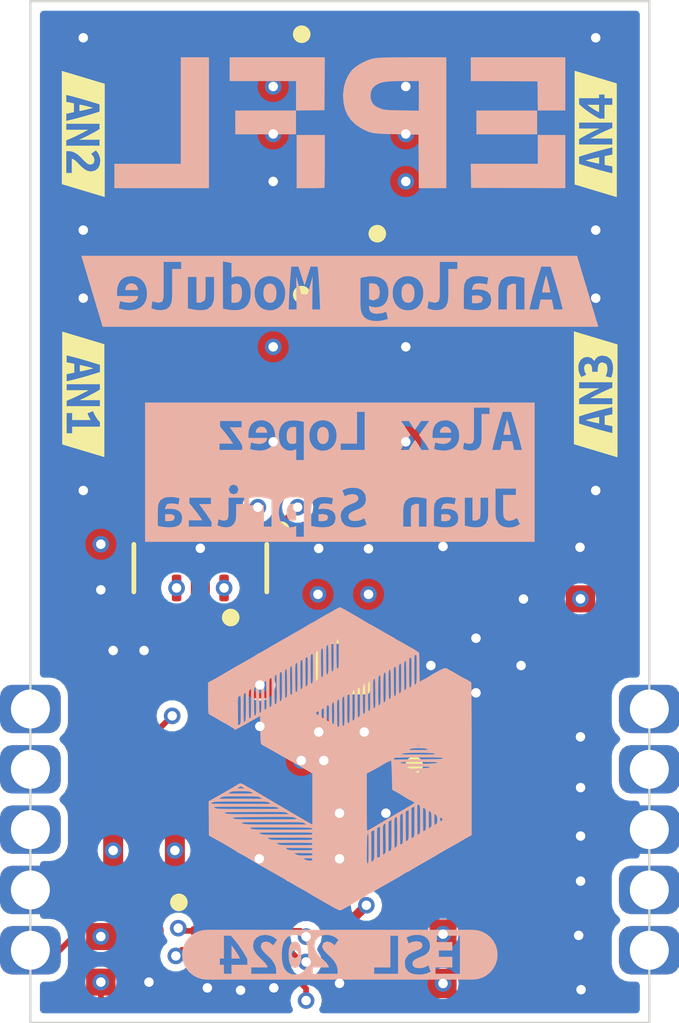
<source format=kicad_pcb>
(kicad_pcb (version 20240108) (generator "pcbnew") (generator_version "8.0")
  (layers (0 "F.Cu" signal) (1 "In1.Cu" signal) (2 "In2.Cu" signal) (3 "In3.Cu" signal) (4 "In4.Cu" signal) (31 "B.Cu" signal) (34 "B.Paste" user) (35 "F.Paste" user) (36 "B.SilkS" user "B.Silkscreen") (37 "F.SilkS" user "F.Silkscreen") (38 "B.Mask" user) (39 "F.Mask" user) (44 "Edge.Cuts" user))
  (net 0 "")
  (net 1 "+3VA_ADC")
  (net 2 "GND")
  (net 3 "+1V8")
  (net 4 "+3VA")
  (net 5 "+3V3")
  (net 6 "Net-(C6-Pad2)")
  (net 7 "Net-(C7-Pad2)")
  (net 8 "Net-(C8-Pad2)")
  (net 9 "/[1] Power Regulation & Level Shifting/+3V3_FILT")
  (net 10 "Net-(C9-Pad2)")
  (net 11 "/[1] Power Regulation & Level Shifting/NR{slash}SS")
  (net 12 "SPI_MISO_3V")
  (net 13 "Net-(U1-SDO)")
  (net 14 "ADC_EN")
  (net 15 "SPI_CS_1V8")
  (net 16 "SPI_CS_3V")
  (net 17 "/[1] Power Regulation & Level Shifting/EN_UV")
  (net 18 "/[2] ADC & Multiplexer/ADC_IN")
  (net 19 "SPI_SCK_3V")
  (net 20 "SPI_MISO_1V8")
  (net 21 "SPI_SCK_1V8")
  (net 23 "MUX_A1")
  (net 24 "MUX_A0")
  (net 25 "/[2] ADC & Multiplexer/AN_1")
  (net 26 "/[2] ADC & Multiplexer/AN_2")
  (net 27 "/[2] ADC & Multiplexer/AN_3")
  (net 28 "/[2] ADC & Multiplexer/AN_4")
  (net 29 "/[1] Power Regulation & Level Shifting/FB_PG")
  (footprint "X-MODs_PcbLib:C0402" (layer "F.Cu") (at 130.4752 79.7466 -90)
    (property "Reference" "C12" (hide yes))
    (property "Value" "100n 10V" (hide yes))
    (pad "1" smd roundrect (at -0.48 0 270) (size 0.57 0.62) (layers "F.Cu" "F.Paste" "F.Mask") (net 1 "+3VA_ADC"))
    (pad "2" smd roundrect (at 0.48 0 270) (size 0.57 0.62) (layers "F.Cu" "F.Paste" "F.Mask") (net 2 "GND"))
  )
  (footprint "X-MODs_PcbLib:2121340003" (layer "F.Cu") (at 134.105322 76.1096 -90)
    (property "Reference" "J1" (hide yes))
    (property "Value" "212134-0003" (hide yes))
    (pad "1" smd roundrect (at -1 0 270) (size 0.7 0.8) (layers "F.Cu" "F.Paste" "F.Mask") (net 1 "+3VA_ADC"))
    (pad "2" smd roundrect (at 0 0 270) (size 0.7 0.8) (layers "F.Cu" "F.Paste" "F.Mask") (net 25 "/[2] ADC & Multiplexer/AN_1"))
    (pad "3" smd roundrect (at 1 0 270) (size 0.7 0.8) (layers "F.Cu" "F.Paste" "F.Mask") (net 2 "GND"))
    (pad "4" smd roundrect (at -2.025 4 270) (size 0.55 0.8) (layers "F.Cu" "F.Paste" "F.Mask") (net 2 "GND"))
    (pad "4" smd roundrect (at 2.025 4 270) (size 0.55 0.8) (layers "F.Cu" "F.Paste" "F.Mask") (net 2 "GND"))
  )
  (footprint "X-MODs_PcbLib:R0402" (layer "F.Cu") (at 138.161922 84.390278)
    (property "Reference" "R7" (hide yes))
    (property "Value" "TBD" (hide yes))
    (pad "1" smd roundrect (at -0.48 0) (size 0.57 0.62) (layers "F.Cu" "F.Paste" "F.Mask") (net 9 "/[1] Power Regulation & Level Shifting/+3V3_FILT"))
    (pad "2" smd roundrect (at 0.48 0) (size 0.57 0.62) (layers "F.Cu" "F.Paste" "F.Mask") (net 17 "/[1] Power Regulation & Level Shifting/EN_UV"))
  )
  (footprint "X-MODs_PcbLib:R0402" (layer "F.Cu") (at 140.576522 80.896278 -90)
    (property "Reference" "R8" (hide yes))
    (property "Value" "TBD" (hide yes))
    (pad "1" smd roundrect (at -0.48 0 270) (size 0.57 0.62) (layers "F.Cu" "F.Paste" "F.Mask") (net 4 "+3VA"))
    (pad "2" smd roundrect (at 0.48 0 270) (size 0.57 0.62) (layers "F.Cu" "F.Paste" "F.Mask") (net 29 "/[1] Power Regulation & Level Shifting/FB_PG"))
  )
  (footprint "X-MODs_PcbLib:R0402" (layer "F.Cu") (at 130.4752 88.006678 -90)
    (property "Reference" "R5" (hide yes))
    (property "Value" "56K0" (hide yes))
    (pad "1" smd roundrect (at -0.48 0 270) (size 0.57 0.62) (layers "F.Cu" "F.Paste" "F.Mask") (net 3 "+1V8"))
    (pad "2" smd roundrect (at 0.48 0 270) (size 0.57 0.62) (layers "F.Cu" "F.Paste" "F.Mask") (net 15 "SPI_CS_1V8"))
  )
  (footprint "X-MODs_PcbLib:C0402" (layer "F.Cu") (at 135.0482 79.841356 -90)
    (property "Reference" "C4" (hide yes))
    (property "Value" "1u00 10V" (hide yes))
    (pad "1" smd roundrect (at -0.48 0 270) (size 0.57 0.62) (layers "F.Cu" "F.Paste" "F.Mask") (net 2 "GND"))
    (pad "2" smd roundrect (at 0.48 0 270) (size 0.57 0.62) (layers "F.Cu" "F.Paste" "F.Mask") (net 4 "+3VA"))
  )
  (footprint "X-MODs_PcbLib:R0402" (layer "F.Cu") (at 140.576522 82.841878 -90)
    (property "Reference" "R15" (hide yes))
    (property "Value" "TBD" (hide yes))
    (pad "1" smd roundrect (at -0.48 0 270) (size 0.57 0.62) (layers "F.Cu" "F.Paste" "F.Mask") (net 29 "/[1] Power Regulation & Level Shifting/FB_PG"))
    (pad "2" smd roundrect (at 0.48 0 270) (size 0.57 0.62) (layers "F.Cu" "F.Paste" "F.Mask") (net 2 "GND"))
  )
  (footprint "kibuzzard-6715591F" (layer "F.Cu") (at 140.897478 70.627 90)
    (property "Reference" "kibuzzard-6715591F" (hide yes))
    (property "Value" "G***" (hide yes))
  )
  (footprint "X-MODs_PcbLib:R0402" (layer "F.Cu") (at 140.098922 86.454878)
    (property "Reference" "R12" (hide yes))
    (property "Value" "TBD" (hide yes))
    (pad "1" smd roundrect (at -0.48 0) (size 0.57 0.62) (layers "F.Cu" "F.Paste" "F.Mask") (net 10 "Net-(C9-Pad2)"))
    (pad "2" smd roundrect (at 0.48 0) (size 0.57 0.62) (layers "F.Cu" "F.Paste" "F.Mask") (net 2 "GND"))
  )
  (footprint "X-MODs_PcbLib:R0402" (layer "F.Cu") (at 140.098922 87.476678)
    (property "Reference" "R9" (hide yes))
    (property "Value" "TBD" (hide yes))
    (pad "1" smd roundrect (at -0.48 0) (size 0.57 0.62) (layers "F.Cu" "F.Paste" "F.Mask") (net 6 "Net-(C6-Pad2)"))
    (pad "2" smd roundrect (at 0.48 0) (size 0.57 0.62) (layers "F.Cu" "F.Paste" "F.Mask") (net 2 "GND"))
  )
  (footprint "X-MODs_PcbLib:R0402" (layer "F.Cu") (at 140.098922 84.390278)
    (property "Reference" "R13" (hide yes))
    (property "Value" "TBD" (hide yes))
    (pad "1" smd roundrect (at -0.48 0) (size 0.57 0.62) (layers "F.Cu" "F.Paste" "F.Mask") (net 17 "/[1] Power Regulation & Level Shifting/EN_UV"))
    (pad "2" smd roundrect (at 0.48 0) (size 0.57 0.62) (layers "F.Cu" "F.Paste" "F.Mask") (net 2 "GND"))
  )
  (footprint "X-MODs_PcbLib:C0402" (layer "F.Cu") (at 135.5018 88.032078 -90)
    (property "Reference" "C5" (hide yes))
    (property "Value" "100n 10V" (hide yes))
    (pad "1" smd roundrect (at -0.48 0 270) (size 0.57 0.62) (layers "F.Cu" "F.Paste" "F.Mask") (net 4 "+3VA"))
    (pad "2" smd roundrect (at 0.48 0 270) (size 0.57 0.62) (layers "F.Cu" "F.Paste" "F.Mask") (net 2 "GND"))
  )
  (footprint "X-MODs_PcbLib:R0402" (layer "F.Cu") (at 140.086922 79.330078)
    (property "Reference" "R14" (hide yes))
    (property "Value" "20K0" (hide yes))
    (pad "1" smd roundrect (at -0.48 0) (size 0.57 0.62) (layers "F.Cu" "F.Paste" "F.Mask") (net 11 "/[1] Power Regulation & Level Shifting/NR{slash}SS"))
    (pad "2" smd roundrect (at 0.48 0) (size 0.57 0.62) (layers "F.Cu" "F.Paste" "F.Mask") (net 2 "GND"))
  )
  (footprint "X-MODs_PcbLib:R0402" (layer "F.Cu") (at 140.098922 88.515278)
    (property "Reference" "R10" (hide yes))
    (property "Value" "TBD" (hide yes))
    (pad "1" smd roundrect (at -0.48 0) (size 0.57 0.62) (layers "F.Cu" "F.Paste" "F.Mask") (net 7 "Net-(C7-Pad2)"))
    (pad "2" smd roundrect (at 0.48 0) (size 0.57 0.62) (layers "F.Cu" "F.Paste" "F.Mask") (net 2 "GND"))
  )
  (footprint "X-MODs_PcbLib:2121340003" (layer "F.Cu") (at 136.897478 70.627 90)
    (property "Reference" "J4" (hide yes))
    (property "Value" "212134-0003" (hide yes))
    (pad "1" smd roundrect (at -1 0 90) (size 0.7 0.8) (layers "F.Cu" "F.Paste" "F.Mask") (net 1 "+3VA_ADC"))
    (pad "2" smd roundrect (at 0 0 90) (size 0.7 0.8) (layers "F.Cu" "F.Paste" "F.Mask") (net 28 "/[2] ADC & Multiplexer/AN_4"))
    (pad "3" smd roundrect (at 1 0 90) (size 0.7 0.8) (layers "F.Cu" "F.Paste" "F.Mask") (net 2 "GND"))
    (pad "4" smd roundrect (at -2.025 4 90) (size 0.55 0.8) (layers "F.Cu" "F.Paste" "F.Mask") (net 2 "GND"))
    (pad "4" smd roundrect (at 2.025 4 90) (size 0.55 0.8) (layers "F.Cu" "F.Paste" "F.Mask") (net 2 "GND"))
  )
  (footprint "X-MODs_PcbLib:C0402" (layer "F.Cu") (at 138.161922 85.409478)
    (property "Reference" "C8" (hide yes))
    (property "Value" "10u0 16V" (hide yes))
    (pad "1" smd roundrect (at -0.48 0) (size 0.57 0.62) (layers "F.Cu" "F.Paste" "F.Mask") (net 9 "/[1] Power Regulation & Level Shifting/+3V3_FILT"))
    (pad "2" smd roundrect (at 0.48 0) (size 0.57 0.62) (layers "F.Cu" "F.Paste" "F.Mask") (net 8 "Net-(C8-Pad2)"))
  )
  (footprint "X-MODs_PcbLib:C0402" (layer "F.Cu") (at 133.8232 83.5806 90)
    (property "Reference" "C1" (hide yes))
    (property "Value" "10u0 16V" (hide yes))
    (pad "1" smd roundrect (at -0.48 0 90) (size 0.57 0.62) (layers "F.Cu" "F.Paste" "F.Mask") (net 1 "+3VA_ADC"))
    (pad "2" smd roundrect (at 0.48 0 90) (size 0.57 0.62) (layers "F.Cu" "F.Paste" "F.Mask") (net 2 "GND"))
  )
  (footprint "X-MODs_PcbLib:R0402" (layer "F.Cu") (at 133.8254 81.7498 -90)
    (property "Reference" "R6" (hide yes))
    (property "Value" "56K0" (hide yes))
    (pad "1" smd roundrect (at -0.48 0 270) (size 0.57 0.62) (layers "F.Cu" "F.Paste" "F.Mask") (net 4 "+3VA"))
    (pad "2" smd roundrect (at 0.48 0 270) (size 0.57 0.62) (layers "F.Cu" "F.Paste" "F.Mask") (net 16 "SPI_CS_3V"))
  )
  (footprint "X-MODs_PcbLib:R0402" (layer "F.Cu") (at 140.098922 85.410878)
    (property "Reference" "R11" (hide yes))
    (property "Value" "TBD" (hide yes))
    (pad "1" smd roundrect (at -0.48 0) (size 0.57 0.62) (layers "F.Cu" "F.Paste" "F.Mask") (net 8 "Net-(C8-Pad2)"))
    (pad "2" smd roundrect (at 0.48 0) (size 0.57 0.62) (layers "F.Cu" "F.Paste" "F.Mask") (net 2 "GND"))
  )
  (footprint "X-MODs_PcbLib:C0402" (layer "F.Cu") (at 138.161922 88.515278)
    (property "Reference" "C7" (hide yes))
    (property "Value" "10u0 16V" (hide yes))
    (pad "1" smd roundrect (at -0.48 0) (size 0.57 0.62) (layers "F.Cu" "F.Paste" "F.Mask") (net 5 "+3V3"))
    (pad "2" smd roundrect (at 0.48 0) (size 0.57 0.62) (layers "F.Cu" "F.Paste" "F.Mask") (net 7 "Net-(C7-Pad2)"))
  )
  (footprint "X-MODs_PcbLib:C0402" (layer "F.Cu") (at 133.8124 85.409478 -90)
    (property "Reference" "C2" (hide yes))
    (property "Value" "100n 10V" (hide yes))
    (pad "1" smd roundrect (at -0.48 0 270) (size 0.57 0.62) (layers "F.Cu" "F.Paste" "F.Mask") (net 1 "+3VA_ADC"))
    (pad "2" smd roundrect (at 0.48 0 270) (size 0.57 0.62) (layers "F.Cu" "F.Paste" "F.Mask") (net 2 "GND"))
  )
  (footprint "X-MODs_PcbLib:C0402" (layer "F.Cu") (at 136.112478 79.841356 90)
    (property "Reference" "C10" (hide yes))
    (property "Value" "10u0 16V" (hide yes))
    (pad "1" smd roundrect (at -0.48 0 90) (size 0.57 0.62) (layers "F.Cu" "F.Paste" "F.Mask") (net 4 "+3VA"))
    (pad "2" smd roundrect (at 0.48 0 90) (size 0.57 0.62) (layers "F.Cu" "F.Paste" "F.Mask") (net 2 "GND"))
  )
  (footprint "X-MODs_PcbLib:C0402" (layer "F.Cu") (at 138.161922 79.312678 180)
    (property "Reference" "C11" (hide yes))
    (property "Value" "4u70 6V3" (hide yes))
    (pad "1" smd roundrect (at -0.48 0 180) (size 0.57 0.62) (layers "F.Cu" "F.Paste" "F.Mask") (net 11 "/[1] Power Regulation & Level Shifting/NR{slash}SS"))
    (pad "2" smd roundrect (at 0.48 0 180) (size 0.57 0.62) (layers "F.Cu" "F.Paste" "F.Mask") (net 2 "GND"))
  )
  (footprint "kibuzzard-671558EF" (layer "F.Cu") (at 140.897478 76.1096 90)
    (property "Reference" "kibuzzard-671558EF" (hide yes))
    (property "Value" "G***" (hide yes))
  )
  (footprint "X-MODs_PcbLib:Analog_Board_Castellated_Conn_1.27mm" (layer "F.Cu") (at 135.509 78.5876)
    (property "Reference" "J5" (hide yes))
    (property "Value" "~" (hide yes))
    (pad "1" thru_hole roundrect (at -6.517581 4.148 90) (size 1.02 1.28) (drill 0.82) (property pad_prop_castellated) (layers "*.Cu" "*.Mask") (net 21 "SPI_SCK_1V8"))
    (pad "2" thru_hole roundrect (at -6.517581 5.418 90) (size 1.02 1.28) (drill 0.82) (property pad_prop_castellated) (layers "*.Cu" "*.Mask") (net 20 "SPI_MISO_1V8"))
    (pad "3" thru_hole roundrect (at -6.517581 6.688 90) (size 1.02 1.28) (drill 0.82) (property pad_prop_castellated) (layers "*.Cu" "*.Mask") (net 15 "SPI_CS_1V8"))
    (pad "4" thru_hole roundrect (at -6.517581 7.958 90) (size 1.02 1.28) (drill 0.82) (property pad_prop_castellated) (layers "*.Cu" "*.Mask") (net 2 "GND"))
    (pad "5" thru_hole roundrect (at -6.517581 9.228 90) (size 1.02 1.28) (drill 0.82) (property pad_prop_castellated) (layers "*.Cu" "*.Mask") (net 14 "ADC_EN"))
    (pad "6" thru_hole roundrect (at 6.517581 9.228 90) (size 1.02 1.28) (drill 0.82) (property pad_prop_castellated) (layers "*.Cu" "*.Mask") (net 5 "+3V3"))
    (pad "7" thru_hole roundrect (at 6.517581 7.958 90) (size 1.02 1.28) (drill 0.82) (property pad_prop_castellated) (layers "*.Cu" "*.Mask") (net 3 "+1V8"))
    (pad "8" thru_hole roundrect (at 6.517581 6.688 90) (size 1.02 1.28) (drill 0.82) (property pad_prop_castellated) (layers "*.Cu" "*.Mask") (net 2 "GND"))
    (pad "9" thru_hole roundrect (at 6.517581 5.418 90) (size 1.02 1.28) (drill 0.82) (property pad_prop_castellated) (layers "*.Cu" "*.Mask") (net 24 "MUX_A0"))
    (pad "10" thru_hole roundrect (at 6.517581 4.148 90) (size 1.02 1.28) (drill 0.82) (property pad_prop_castellated) (layers "*.Cu" "*.Mask") (net 23 "MUX_A1"))
  )
  (footprint "X-MODs_PcbLib:C0402" (layer "F.Cu") (at 131.4886 88.006678 -90)
    (property "Reference" "C3" (hide yes))
    (property "Value" "100n 10V" (hide yes))
    (pad "1" smd roundrect (at -0.48 0 270) (size 0.57 0.62) (layers "F.Cu" "F.Paste" "F.Mask") (net 3 "+1V8"))
    (pad "2" smd roundrect (at 0.48 0 270) (size 0.57 0.62) (layers "F.Cu" "F.Paste" "F.Mask") (net 2 "GND"))
  )
  (footprint "X-MODs_PcbLib:2121340003" (layer "F.Cu") (at 134.105322 70.627 -90)
    (property "Reference" "J2" (hide yes))
    (property "Value" "212134-0003" (hide yes))
    (pad "1" smd roundrect (at -1 0 270) (size 0.7 0.8) (layers "F.Cu" "F.Paste" "F.Mask") (net 1 "+3VA_ADC"))
    (pad "2" smd roundrect (at 0 0 270) (size 0.7 0.8) (layers "F.Cu" "F.Paste" "F.Mask") (net 26 "/[2] ADC & Multiplexer/AN_2"))
    (pad "3" smd roundrect (at 1 0 270) (size 0.7 0.8) (layers "F.Cu" "F.Paste" "F.Mask") (net 2 "GND"))
    (pad "4" smd roundrect (at -2.025 4 270) (size 0.55 0.8) (layers "F.Cu" "F.Paste" "F.Mask") (net 2 "GND"))
    (pad "4" smd roundrect (at 2.025 4 270) (size 0.55 0.8) (layers "F.Cu" "F.Paste" "F.Mask") (net 2 "GND"))
  )
  (footprint "kibuzzard-67155927" (layer "F.Cu") (at 130.105322 70.627 -90)
    (property "Reference" "kibuzzard-67155927" (hide yes))
    (property "Value" "G***" (hide yes))
  )
  (footprint "X-MODs_PcbLib:2121340003" (layer "F.Cu") (at 136.897478 76.1096 90)
    (property "Reference" "J3" (hide yes))
    (property "Value" "212134-0003" (hide yes))
    (pad "1" smd roundrect (at -1 0 90) (size 0.7 0.8) (layers "F.Cu" "F.Paste" "F.Mask") (net 1 "+3VA_ADC"))
    (pad "2" smd roundrect (at 0 0 90) (size 0.7 0.8) (layers "F.Cu" "F.Paste" "F.Mask") (net 27 "/[2] ADC & Multiplexer/AN_3"))
    (pad "3" smd roundrect (at 1 0 90) (size 0.7 0.8) (layers "F.Cu" "F.Paste" "F.Mask") (net 2 "GND"))
    (pad "4" smd roundrect (at -2.025 4 90) (size 0.55 0.8) (layers "F.Cu" "F.Paste" "F.Mask") (net 2 "GND"))
    (pad "4" smd roundrect (at 2.025 4 90) (size 0.55 0.8) (layers "F.Cu" "F.Paste" "F.Mask") (net 2 "GND"))
  )
  (footprint "X-MODs_PcbLib:C0402" (layer "F.Cu") (at 135.543556 83.22)
    (property "Reference" "C13" (hide yes))
    (property "Value" "100n 10V" (hide yes))
    (pad "1" smd roundrect (at -0.48 0) (size 0.57 0.62) (layers "F.Cu" "F.Paste" "F.Mask") (net 1 "+3VA_ADC"))
    (pad "2" smd roundrect (at 0.48 0) (size 0.57 0.62) (layers "F.Cu" "F.Paste" "F.Mask") (net 2 "GND"))
  )
  (footprint "X-MODs_PcbLib:USON-10_1x2.5mm" (layer "F.Cu") (at 132.570522 79.769078 -90)
    (property "Reference" "U5" (hide yes))
    (property "Value" "TMUX1104DQAR" (hide yes))
    (pad "1" smd roundrect (at -0.4175 -1 270) (size 0.565 0.2) (layers "F.Cu" "F.Paste" "F.Mask") (net 24 "MUX_A0"))
    (pad "2" smd roundrect (at -0.4175 -0.5 270) (size 0.565 0.2) (layers "F.Cu" "F.Paste" "F.Mask") (net 25 "/[2] ADC & Multiplexer/AN_1"))
    (pad "3" smd roundrect (at -0.4175 0 270) (size 0.565 0.4) (layers "F.Cu" "F.Paste" "F.Mask") (net 2 "GND"))
    (pad "4" smd roundrect (at -0.4175 0.5 270) (size 0.565 0.2) (layers "F.Cu" "F.Paste" "F.Mask") (net 27 "/[2] ADC & Multiplexer/AN_3"))
    (pad "5" smd roundrect (at -0.4175 1 270) (size 0.565 0.2) (layers "F.Cu" "F.Paste" "F.Mask") (net 1 "+3VA_ADC"))
    (pad "6" smd roundrect (at 0.4175 1 270) (size 0.565 0.2) (layers "F.Cu" "F.Paste" "F.Mask") (net 1 "+3VA_ADC"))
    (pad "7" smd roundrect (at 0.4175 0.5 270) (size 0.565 0.2) (layers "F.Cu" "F.Paste" "F.Mask") (net 28 "/[2] ADC & Multiplexer/AN_4"))
    (pad "8" smd roundrect (at 0.4175 0 270) (size 0.565 0.4) (layers "F.Cu" "F.Paste" "F.Mask") (net 18 "/[2] ADC & Multiplexer/ADC_IN"))
    (pad "9" smd roundrect (at 0.4175 -0.5 270) (size 0.565 0.2) (layers "F.Cu" "F.Paste" "F.Mask") (net 26 "/[2] ADC & Multiplexer/AN_2"))
    (pad "10" smd roundrect (at 0.4175 -1 270) (size 0.565 0.2) (layers "F.Cu" "F.Paste" "F.Mask") (net 23 "MUX_A1"))
  )
  (footprint "X-MODs_PcbLib:UQFN-12_1.7x2mm" (layer "F.Cu") (at 133.418478 87.8078)
    (property "Reference" "U2" (hide yes))
    (property "Value" "TXB0104RUTR" (hide yes))
    (pad "1" smd roundrect (at -0.7 -0.8) (size 0.7 0.2) (layers "F.Cu" "F.Paste" "F.Mask") (net 3 "+1V8"))
    (pad "2" smd roundrect (at -0.7 -0.4) (size 0.7 0.2) (layers "F.Cu" "F.Paste" "F.Mask") (net 21 "SPI_SCK_1V8"))
    (pad "3" smd roundrect (at -0.7 0) (size 0.7 0.2) (layers "F.Cu" "F.Paste" "F.Mask") (net 20 "SPI_MISO_1V8"))
    (pad "4" smd roundrect (at -0.7 0.4) (size 0.7 0.2) (layers "F.Cu" "F.Paste" "F.Mask") (net 15 "SPI_CS_1V8"))
    (pad "5" smd roundrect (at -0.7 0.8) (size 0.7 0.2) (layers "F.Cu" "F.Paste" "F.Mask") (net 2 "GND"))
    (pad "6" smd roundrect (at 0 0.85 90) (size 0.7 0.2) (layers "F.Cu" "F.Paste" "F.Mask") (net 2 "GND"))
    (pad "7" smd roundrect (at 0.7 0.8) (size 0.7 0.2) (layers "F.Cu" "F.Paste" "F.Mask") (net 2 "GND"))
    (pad "8" smd roundrect (at 0.7 0.4) (size 0.7 0.2) (layers "F.Cu" "F.Paste" "F.Mask") (net 16 "SPI_CS_3V"))
    (pad "9" smd roundrect (at 0.7 0) (size 0.7 0.2) (layers "F.Cu" "F.Paste" "F.Mask") (net 12 "SPI_MISO_3V"))
    (pad "10" smd roundrect (at 0.7 -0.4) (size 0.7 0.2) (layers "F.Cu" "F.Paste" "F.Mask") (net 19 "SPI_SCK_3V"))
    (pad "11" smd roundrect (at 0.7 -0.8) (size 0.7 0.2) (layers "F.Cu" "F.Paste" "F.Mask") (net 4 "+3VA"))
    (pad "12" smd roundrect (at 0 -0.85 90) (size 0.7 0.2) (layers "F.Cu" "F.Paste" "F.Mask") (net 14 "ADC_EN"))
  )
  (footprint "X-MODs_PcbLib:C0402" (layer "F.Cu") (at 138.161922 86.451878)
    (property "Reference" "C9" (hide yes))
    (property "Value" "10u0 16V" (hide yes))
    (pad "1" smd roundrect (at -0.48 0) (size 0.57 0.62) (layers "F.Cu" "F.Paste" "F.Mask") (net 9 "/[1] Power Regulation & Level Shifting/+3V3_FILT"))
    (pad "2" smd roundrect (at 0.48 0) (size 0.57 0.62) (layers "F.Cu" "F.Paste" "F.Mask") (net 10 "Net-(C9-Pad2)"))
  )
  (footprint "kibuzzard-6715592C" (layer "F.Cu") (at 130.105322 76.1096 -90)
    (property "Reference" "kibuzzard-6715592C" (hide yes))
    (property "Value" "G***" (hide yes))
  )
  (footprint "X-MODs_PcbLib:MSOP-8" (layer "F.Cu") (at 131.710122 83.608878 -90)
    (property "Reference" "U1" (hide yes))
    (property "Value" "LTC1864LIMS8#PBF" (hide yes))
    (pad "1" smd roundrect (at -2.1055 -0.975 270) (size 0.889 0.42) (layers "F.Cu" "F.Paste" "F.Mask") (net 1 "+3VA_ADC"))
    (pad "2" smd roundrect (at -2.1055 -0.326 270) (size 0.889 0.42) (layers "F.Cu" "F.Paste" "F.Mask") (net 18 "/[2] ADC & Multiplexer/ADC_IN"))
    (pad "3" smd roundrect (at -2.1055 0.325 270) (size 0.889 0.42) (layers "F.Cu" "F.Paste" "F.Mask") (net 2 "GND"))
    (pad "4" smd roundrect (at -2.1055 0.975 270) (size 0.889 0.42) (layers "F.Cu" "F.Paste" "F.Mask") (net 2 "GND"))
    (pad "5" smd roundrect (at 2.1055 0.975 270) (size 0.889 0.42) (layers "F.Cu" "F.Paste" "F.Mask") (net 16 "SPI_CS_3V"))
    (pad "6" smd roundrect (at 2.1055 0.325 270) (size 0.889 0.42) (layers "F.Cu" "F.Paste" "F.Mask") (net 13 "Net-(U1-SDO)"))
    (pad "7" smd roundrect (at 2.1055 -0.325 270) (size 0.889 0.42) (layers "F.Cu" "F.Paste" "F.Mask") (net 19 "SPI_SCK_3V"))
    (pad "8" smd roundrect (at 2.1055 -0.975 270) (size 0.889 0.42) (layers "F.Cu" "F.Paste" "F.Mask") (net 1 "+3VA_ADC"))
  )
  (footprint "X-MODs_PcbLib:DSBGA-4_0.74x0.74mm" (layer "F.Cu") (at 135.543556 81.82 90)
    (property "Reference" "U3" (hide yes))
    (property "Value" "TPS22916CYFPR" (hide yes))
    (pad "A1" smd circle (at -0.2 -0.2 90) (size 0.25 0.25) (layers "F.Cu" "F.Paste" "F.Mask") (net 1 "+3VA_ADC"))
    (pad "A2" smd circle (at 0.2 -0.2 90) (size 0.25 0.25) (layers "F.Cu" "F.Paste" "F.Mask") (net 4 "+3VA"))
    (pad "B1" smd circle (at -0.2 0.2 90) (size 0.25 0.25) (layers "F.Cu" "F.Paste" "F.Mask") (net 2 "GND"))
    (pad "B2" smd circle (at 0.2 0.2 90) (size 0.25 0.25) (layers "F.Cu" "F.Paste" "F.Mask") (net 14 "ADC_EN"))
  )
  (footprint "X-MODs_PcbLib:C0402" (layer "F.Cu") (at 138.161922 87.476678)
    (property "Reference" "C6" (hide yes))
    (property "Value" "10u0 16V" (hide yes))
    (pad "1" smd roundrect (at -0.48 0) (size 0.57 0.62) (layers "F.Cu" "F.Paste" "F.Mask") (net 5 "+3V3"))
    (pad "2" smd roundrect (at 0.48 0) (size 0.57 0.62) (layers "F.Cu" "F.Paste" "F.Mask") (net 6 "Net-(C6-Pad2)"))
  )
  (footprint "X-MODs_PcbLib:R0402" (layer "F.Cu") (at 136.479122 85.409478 -90)
    (property "Reference" "R4" (hide yes))
    (property "Value" "1M00" (hide yes))
    (pad "1" smd roundrect (at -0.48 0 270) (size 0.57 0.62) (layers "F.Cu" "F.Paste" "F.Mask") (net 2 "GND"))
    (pad "2" smd roundrect (at 0.48 0 270) (size 0.57 0.62) (layers "F.Cu" "F.Paste" "F.Mask") (net 14 "ADC_EN"))
  )
  (footprint "X-MODs_PcbLib:L0402" (layer "F.Cu") (at 136.479122 88.006678 -90)
    (property "Reference" "FB1" (hide yes))
    (property "Value" "FerriteBead" (hide yes))
    (pad "1" smd roundrect (at -0.48 0 270) (size 0.57 0.62) (layers "F.Cu" "F.Paste" "F.Mask") (net 9 "/[1] Power Regulation & Level Shifting/+3V3_FILT"))
    (pad "2" smd roundrect (at 0.48 0 270) (size 0.57 0.62) (layers "F.Cu" "F.Paste" "F.Mask") (net 5 "+3V3"))
  )
  (footprint "X-MODs_PcbLib:WSON-10-3.15x3.15mm" (layer "F.Cu") (at 138.375722 81.82 90)
    (property "Reference" "U4" (hide yes))
    (property "Value" "TPS7A9401DSCR" (hide yes))
    (pad "1" smd roundrect (at -1.4 -1 90) (size 0.6 0.24) (layers "F.Cu" "F.Paste" "F.Mask") (net 9 "/[1] Power Regulation & Level Shifting/+3V3_FILT"))
    (pad "2" smd roundrect (at -1.4 -0.5 90) (size 0.6 0.24) (layers "F.Cu" "F.Paste" "F.Mask") (net 9 "/[1] Power Regulation & Level Shifting/+3V3_FILT"))
    (pad "3" smd roundrect (at -1.4 0 90) (size 0.6 0.24) (layers "F.Cu" "F.Paste" "F.Mask") (net 17 "/[1] Power Regulation & Level Shifting/EN_UV"))
    (pad "4" smd roundrect (at -1.4 0.5 90) (size 0.6 0.24) (layers "F.Cu" "F.Paste" "F.Mask"))
    (pad "5" smd roundrect (at -1.4 1 90) (size 0.6 0.24) (layers "F.Cu" "F.Paste" "F.Mask") (net 29 "/[1] Power Regulation & Level Shifting/FB_PG"))
    (pad "6" smd roundrect (at 1.4 1 90) (size 0.6 0.24) (layers "F.Cu" "F.Paste" "F.Mask") (net 2 "GND"))
    (pad "7" smd roundrect (at 1.4 0.5 90) (size 0.6 0.24) (layers "F.Cu" "F.Paste" "F.Mask") (net 11 "/[1] Power Regulation & Level Shifting/NR{slash}SS"))
    (pad "8" smd roundrect (at 1.4 0 90) (size 0.6 0.24) (layers "F.Cu" "F.Paste" "F.Mask") (net 4 "+3VA"))
    (pad "9" smd roundrect (at 1.4 -0.5 90) (size 0.6 0.24) (layers "F.Cu" "F.Paste" "F.Mask") (net 4 "+3VA"))
    (pad "10" smd roundrect (at 1.4 -1 90) (size 0.6 0.24) (layers "F.Cu" "F.Paste" "F.Mask") (net 4 "+3VA"))
    (pad "11" thru_hole circle (at -0.575 0 90) (size 0.4 0.4) (drill 0.2) (property pad_prop_heatsink) (layers "*.Cu") (net 2 "GND"))
    (pad "11" thru_hole circle (at 0 -0.95 90) (size 0.4 0.4) (drill 0.2) (property pad_prop_heatsink) (layers "*.Cu") (net 2 "GND"))
    (pad "11" smd roundrect (at 0 0 90) (size 1.65 2.4) (layers "F.Cu" "F.Paste" "F.Mask") (roundrect_rratio 0.1) (net 2 "GND"))
    (pad "11" thru_hole circle (at 0 0.95 90) (size 0.4 0.4) (drill 0.2) (property pad_prop_heatsink) (layers "*.Cu") (net 2 "GND"))
    (pad "11" thru_hole circle (at 0.575 0 90) (size 0.4 0.4) (drill 0.2) (property pad_prop_heatsink) (layers "*.Cu") (net 2 "GND"))
  )
  (footprint "X-MODs_PcbLib:R0402" (layer "F.Cu") (at 135.5018 85.409478 90)
    (property "Reference" "R2" (hide yes))
    (property "Value" "22R0" (hide yes))
    (pad "1" smd roundrect (at -0.48 0 90) (size 0.57 0.62) (layers "F.Cu" "F.Paste" "F.Mask") (net 13 "Net-(U1-SDO)"))
    (pad "2" smd roundrect (at 0.48 0 90) (size 0.57 0.62) (layers "F.Cu" "F.Paste" "F.Mask") (net 12 "SPI_MISO_3V"))
  )
  (footprint "kibuzzard-66E06AC0" (layer "B.Cu") (at 135.509 77.7494 180)
    (property "Reference" "kibuzzard-66E06AC0" (hide yes))
    (property "Value" "G***" (hide yes))
  )
  (footprint "kibuzzard-66E06AA7" (layer "B.Cu") (at 135.509 87.9094 180)
    (property "Reference" "kibuzzard-66E06AA7" (hide yes))
    (property "Value" "G***" (hide yes))
  )
  (footprint "LOGO" (layer "B.Cu") (at 135.509 70.3834 180)
    (property "Reference" "G***" (hide yes))
    (property "Value" "LOGO" (hide yes))
  )
  (footprint "LOGO" (layer "B.Cu") (at 135.802035 83.8454 180)
    (property "Reference" "G***" (hide yes))
    (property "Value" "LOGO" (hide yes))
  )
  (footprint "kibuzzard-671559FE" (layer "B.Cu") (at 135.509 73.9394 180)
    (property "Reference" "kibuzzard-671559FE" (hide yes))
    (property "Value" "G***" (hide yes))
  )
  (gr_rect (start 128.991419 67.831278) (end 142.026581 89.343897) (stroke (width 0.05)) (fill none) (layer "Edge.Cuts"))
  (segment (start 133.8232 84.918678) (end 133.8124 84.929478) (width 0.5) (layer "F.Cu") (net 1))
  (segment (start 132.685122 81.503378) (end 132.685122 85.714378) (width 0.4) (layer "F.Cu") (net 1))
  (segment (start 132.685122 85.714378) (end 132.685122 85.450078) (width 0.4) (layer "F.Cu") (net 1))
  (segment (start 132.685122 85.450078) (end 133.205722 84.929478) (width 0.4) (layer "F.Cu") (net 1))
  (segment (start 133.205722 84.929478) (end 133.8124 84.929478) (width 0.4) (layer "F.Cu") (net 1))
  (via (at 135.171203 83.82) (size 0.35) (drill 0.2) (layers "F.Cu" "B.Cu") (net 1))
  (via (at 134.6962 83.82) (size 0.35) (drill 0.2) (layers "F.Cu" "B.Cu") (net 1))
  (via (at 134.105322 75.1096) (size 0.35) (drill 0.2) (layers "F.Cu" "B.Cu") (net 1))
  (via (at 130.4752 79.2666) (size 0.35) (drill 0.2) (layers "F.Cu" "B.Cu") (net 1))
  (via (at 134.105322 69.627) (size 0.35) (drill 0.2) (layers "F.Cu" "B.Cu") (net 1))
  (via (at 136.897478 71.627) (size 0.35) (drill 0.2) (layers "F.Cu" "B.Cu") (net 1))
  (via (at 135.063556 83.22) (size 0.35) (drill 0.2) (layers "F.Cu" "B.Cu") (net 1))
  (via (at 136.897478 77.1096) (size 0.35) (drill 0.2) (layers "F.Cu" "B.Cu") (net 1))
  (via (at 130.105322 72.652) (size 0.35) (drill 0.2) (layers "F.Cu" "B.Cu") (net 2))
  (via (at 137.681922 79.312678) (size 0.35) (drill 0.2) (layers "F.Cu" "B.Cu") (net 2))
  (via (at 130.105322 78.1346) (size 0.35) (drill 0.2) (layers "F.Cu" "B.Cu") (net 2))
  (via (at 134.118478 88.6078) (size 0.35) (drill 0.2) (layers "F.Cu" "B.Cu") (net 2))
  (via (at 136.023556 83.22) (size 0.35) (drill 0.2) (layers "F.Cu" "B.Cu") (net 2))
  (via (at 140.576522 83.321878) (size 0.35) (drill 0.2) (layers "F.Cu" "B.Cu") (net 2))
  (via (at 131.385122 81.503378) (size 0.35) (drill 0.2) (layers "F.Cu" "B.Cu") (net 2))
  (via (at 140.578922 85.410878) (size 0.35) (drill 0.2) (layers "F.Cu" "B.Cu") (net 2))
  (via (at 136.479122 84.929478) (size 0.35) (drill 0.2) (layers "F.Cu" "B.Cu") (net 2))
  (via (at 133.8232 83.1006) (size 0.35) (drill 0.2) (layers "F.Cu" "B.Cu") (net 2))
  (via (at 140.897478 72.652) (size 0.35) (drill 0.2) (layers "F.Cu" "B.Cu") (net 2))
  (via (at 130.105322 74.0846) (size 0.35) (drill 0.2) (layers "F.Cu" "B.Cu") (net 2))
  (via (at 140.589 88.646) (size 0.35) (drill 0.2) (layers "F.Cu" "B.Cu") (net 2))
  (via (at 134.105322 77.1096) (size 0.35) (drill 0.2) (layers "F.Cu" "B.Cu") (net 2))
  (via (at 136.897478 69.627) (size 0.35) (drill 0.2) (layers "F.Cu" "B.Cu") (net 2))
  (via (at 134.105322 71.627) (size 0.35) (drill 0.2) (layers "F.Cu" "B.Cu") (net 2))
  (via (at 136.897478 75.1096) (size 0.35) (drill 0.2) (layers "F.Cu" "B.Cu") (net 2))
  (via (at 140.897478 74.0846) (size 0.35) (drill 0.2) (layers "F.Cu" "B.Cu") (net 2))
  (via (at 132.718478 88.6078) (size 0.35) (drill 0.2) (layers "F.Cu" "B.Cu") (net 2))
  (via (at 140.897478 68.602) (size 0.35) (drill 0.2) (layers "F.Cu" "B.Cu") (net 2))
  (via (at 133.418478 88.6578) (size 0.35) (drill 0.2) (layers "F.Cu" "B.Cu") (net 2))
  (via (at 140.578922 84.390278) (size 0.35) (drill 0.2) (layers "F.Cu" "B.Cu") (net 2))
  (via (at 140.578922 86.36) (size 0.35) (drill 0.2) (layers "F.Cu" "B.Cu") (net 2))
  (via (at 136.112478 79.361356) (size 0.35) (drill 0.2) (layers "F.Cu" "B.Cu") (net 2))
  (via (at 139.375722 80.42) (size 0.35) (drill 0.2) (layers "F.Cu" "B.Cu") (net 2))
  (via (at 140.566922 79.330078) (size 0.35) (drill 0.2) (layers "F.Cu" "B.Cu") (net 2))
  (via (at 131.4886 88.486678) (size 0.35) (drill 0.2) (layers "F.Cu" "B.Cu") (net 2))
  (via (at 135.5018 88.512078) (size 0.35) (drill 0.2) (layers "F.Cu" "B.Cu") (net 2))
  (via (at 130.4752 80.2266) (size 0.35) (drill 0.2) (layers "F.Cu" "B.Cu") (net 2))
  (via (at 140.897478 78.1346) (size 0.35) (drill 0.2) (layers "F.Cu" "B.Cu") (net 2))
  (via (at 132.570522 79.351578) (size 0.35) (drill 0.2) (layers "F.Cu" "B.Cu") (net 2))
  (via (at 130.105322 68.602) (size 0.35) (drill 0.2) (layers "F.Cu" "B.Cu") (net 2))
  (via (at 133.8124 85.889478) (size 0.35) (drill 0.2) (layers "F.Cu" "B.Cu") (net 2))
  (via (at 130.735122 81.503378) (size 0.35) (drill 0.2) (layers "F.Cu" "B.Cu") (net 2))
  (via (at 140.5382 87.503) (size 0.35) (drill 0.2) (layers "F.Cu" "B.Cu") (net 2))
  (via (at 135.063556 79.355722) (size 0.35) (drill 0.2) (layers "F.Cu" "B.Cu") (net 2))
  (segment (start 131.4886 87.2562) (end 131.4886 87.526678) (width 0.2) (layer "F.Cu") (net 3))
  (segment (start 132.718478 87.0078) (end 132.604078 86.8934) (width 0.2) (layer "F.Cu") (net 3))
  (segment (start 132.604078 86.8934) (end 131.8514 86.8934) (width 0.2) (layer "F.Cu") (net 3))
  (segment (start 131.8514 86.8934) (end 131.4886 87.2562) (width 0.2) (layer "F.Cu") (net 3))
  (segment (start 131.4886 87.526678) (end 130.4752 87.526678) (width 0.5) (layer "F.Cu") (net 3))
  (via (at 130.4752 87.526678) (size 0.35) (drill 0.2) (layers "F.Cu" "B.Cu") (net 3))
  (segment (start 135.2932 87.0078) (end 135.5018 87.2164) (width 0.2) (layer "F.Cu") (net 4))
  (segment (start 135.5018 87.434) (end 135.5018 87.552078) (width 0.2) (layer "F.Cu") (net 4))
  (segment (start 135.5018 87.2164) (end 135.5018 87.552078) (width 0.2) (layer "F.Cu") (net 4))
  (segment (start 134.118478 87.0078) (end 135.2932 87.0078) (width 0.2) (layer "F.Cu") (net 4))
  (segment (start 136.0678 86.868) (end 135.5018 87.434) (width 0.2) (layer "F.Cu") (net 4))
  (via (at 136.0678 86.868) (size 0.35) (drill 0.2) (layers "F.Cu" "B.Cu") (net 4))
  (via (at 136.112478 80.321356) (size 0.35) (drill 0.2) (layers "F.Cu" "B.Cu") (net 4))
  (via (at 135.0482 80.321356) (size 0.35) (drill 0.2) (layers "F.Cu" "B.Cu") (net 4))
  (via (at 140.576522 80.416278) (size 0.35) (drill 0.2) (layers "F.Cu" "B.Cu") (net 4))
  (segment (start 137.653322 88.486678) (end 137.681922 88.515278) (width 0.5) (layer "F.Cu") (net 5))
  (segment (start 136.479122 88.486678) (end 137.653322 88.486678) (width 0.5) (layer "F.Cu") (net 5))
  (via (at 137.681922 88.515278) (size 0.35) (drill 0.2) (layers "F.Cu" "B.Cu") (net 5))
  (via (at 137.681922 87.476678) (size 0.35) (drill 0.2) (layers "F.Cu" "B.Cu") (net 5))
  (segment (start 138.641922 87.476678) (end 139.618922 87.476678) (width 0.5) (layer "F.Cu") (net 6))
  (segment (start 139.618922 88.515278) (end 138.641922 88.515278) (width 0.5) (layer "F.Cu") (net 7))
  (segment (start 139.617522 85.409478) (end 139.618922 85.410878) (width 0.5) (layer "F.Cu") (net 8))
  (segment (start 138.641922 85.409478) (end 139.617522 85.409478) (width 0.5) (layer "F.Cu") (net 8))
  (segment (start 137.499922 86.451878) (end 137.681922 86.451878) (width 0.5) (layer "F.Cu") (net 9))
  (segment (start 136.479122 87.526678) (end 136.479122 87.472678) (width 0.5) (layer "F.Cu") (net 9))
  (segment (start 137.681922 84.390278) (end 137.681922 86.451878) (width 0.5) (layer "F.Cu") (net 9))
  (segment (start 136.479122 87.472678) (end 137.499922 86.451878) (width 0.5) (layer "F.Cu") (net 9))
  (segment (start 139.618922 86.454878) (end 138.644922 86.454878) (width 0.5) (layer "F.Cu") (net 10))
  (segment (start 138.644922 86.454878) (end 138.641922 86.451878) (width 0.5) (layer "F.Cu") (net 10))
  (segment (start 138.875722 80.42) (end 138.875722 79.947722) (width 0.12) (layer "F.Cu") (net 11))
  (segment (start 138.659322 79.330078) (end 138.641922 79.312678) (width 0.12) (layer "F.Cu") (net 11))
  (segment (start 138.641922 79.713922) (end 138.641922 79.312678) (width 0.12) (layer "F.Cu") (net 11))
  (segment (start 139.606922 79.330078) (end 138.659322 79.330078) (width 0.12) (layer "F.Cu") (net 11))
  (segment (start 138.875722 79.947722) (end 138.641922 79.713922) (width 0.12) (layer "F.Cu") (net 11))
  (segment (start 134.4422 87.8078) (end 134.118478 87.8078) (width 0.12) (layer "F.Cu") (net 12))
  (segment (start 134.6962 88.0618) (end 134.4422 87.8078) (width 0.12) (layer "F.Cu") (net 12))
  (segment (start 134.7978 88.0618) (end 134.6962 88.0618) (width 0.12) (layer "F.Cu") (net 12))
  (via (at 134.7978 88.0618) (size 0.35) (drill 0.2) (layers "F.Cu" "B.Cu") (net 12))
  (via (at 135.5018 84.929478) (size 0.35) (drill 0.2) (layers "F.Cu" "B.Cu") (net 12))
  (segment (start 131.385122 83.473478) (end 131.385122 85.714378) (width 0.12) (layer "F.Cu") (net 13))
  (segment (start 131.9784 82.8802) (end 131.385122 83.473478) (width 0.12) (layer "F.Cu") (net 13))
  (via (at 131.9784 82.8802) (size 0.35) (drill 0.2) (layers "F.Cu" "B.Cu") (net 13))
  (via (at 135.5018 85.889478) (size 0.35) (drill 0.2) (layers "F.Cu" "B.Cu") (net 13))
  (segment (start 136.479122 85.889478) (end 136.479122 86.329678) (width 0.12) (layer "F.Cu") (net 14))
  (segment (start 131.2672 86.7918) (end 130.1242 86.7918) (width 0.12) (layer "F.Cu") (net 14))
  (segment (start 136.479122 86.329678) (end 136.3472 86.4616) (width 0.12) (layer "F.Cu") (net 14))
  (segment (start 133.418478 86.570922) (end 133.418478 86.9578) (width 0.12) (layer "F.Cu") (net 14))
  (segment (start 137.0076 84.4804) (end 136.6266 84.0994) (width 0.12) (layer "F.Cu") (net 14))
  (segment (start 136.357 81.62) (end 135.743556 81.62) (width 0.12) (layer "F.Cu") (net 14))
  (segment (start 136.6266 84.0994) (end 136.6266 81.8896) (width 0.12) (layer "F.Cu") (net 14))
  (segment (start 130.1242 86.7918) (end 129.8702 87.0458) (width 0.12) (layer "F.Cu") (net 14))
  (segment (start 137.0076 85.7504) (end 137.0076 84.4804) (width 0.12) (layer "F.Cu") (net 14))
  (segment (start 129.8702 87.5538) (end 129.6084 87.8156) (width 0.12) (layer "F.Cu") (net 14))
  (segment (start 136.3472 86.4616) (end 133.5278 86.4616) (width 0.12) (layer "F.Cu") (net 14))
  (segment (start 133.5278 86.4616) (end 131.5974 86.4616) (width 0.12) (layer "F.Cu") (net 14))
  (segment (start 136.479122 85.889478) (end 136.868522 85.889478) (width 0.12) (layer "F.Cu") (net 14))
  (segment (start 136.6266 81.8896) (end 136.357 81.62) (width 0.12) (layer "F.Cu") (net 14))
  (segment (start 133.5278 86.4616) (end 133.418478 86.570922) (width 0.12) (layer "F.Cu") (net 14))
  (segment (start 131.5974 86.4616) (end 131.2672 86.7918) (width 0.12) (layer "F.Cu") (net 14))
  (segment (start 136.868522 85.889478) (end 137.0076 85.7504) (width 0.12) (layer "F.Cu") (net 14))
  (segment (start 129.6084 87.8156) (end 128.991419 87.8156) (width 0.12) (layer "F.Cu") (net 14))
  (segment (start 129.8702 87.0458) (end 129.8702 87.5538) (width 0.12) (layer "F.Cu") (net 14))
  (segment (start 133.418478 86.9578) (end 133.4262 86.950078) (width 0.15) (layer "F.Cu") (net 14))
  (segment (start 132.442 88.2078) (end 132.08 88.5698) (width 0.12) (layer "F.Cu") (net 15))
  (segment (start 132.08 88.5698) (end 132.08 88.9) (width 0.12) (layer "F.Cu") (net 15))
  (segment (start 131.953 89.027) (end 130.683 89.027) (width 0.12) (layer "F.Cu") (net 15))
  (segment (start 132.08 88.9) (end 131.953 89.027) (width 0.12) (layer "F.Cu") (net 15))
  (segment (start 130.683 89.027) (end 130.4752 88.8192) (width 0.12) (layer "F.Cu") (net 15))
  (segment (start 132.718478 88.2078) (end 132.442 88.2078) (width 0.12) (layer "F.Cu") (net 15))
  (segment (start 130.4752 88.8192) (end 130.4752 88.486678) (width 0.12) (layer "F.Cu") (net 15))
  (via (at 130.4752 88.486678) (size 0.35) (drill 0.2) (layers "F.Cu" "B.Cu") (net 15))
  (segment (start 134.118478 88.2078) (end 134.385 88.2078) (width 0.12) (layer "F.Cu") (net 16))
  (segment (start 134.385 88.2078) (end 134.7978 88.6206) (width 0.12) (layer "F.Cu") (net 16))
  (segment (start 134.7978 88.6206) (end 134.7978 88.8746) (width 0.12) (layer "F.Cu") (net 16))
  (via (at 133.8254 82.2298) (size 0.35) (drill 0.2) (layers "F.Cu" "B.Cu") (net 16))
  (via (at 130.735122 85.714378) (size 0.35) (drill 0.2) (layers "F.Cu" "B.Cu") (net 16))
  (via (at 134.7978 88.8746) (size 0.35) (drill 0.2) (layers "F.Cu" "B.Cu") (net 16))
  (segment (start 138.641922 84.390278) (end 138.641922 83.955722) (width 0.12) (layer "F.Cu") (net 17))
  (segment (start 138.641922 83.955722) (end 138.375722 83.689522) (width 0.12) (layer "F.Cu") (net 17))
  (segment (start 138.641922 84.390278) (end 139.618922 84.390278) (width 0.12) (layer "F.Cu") (net 17))
  (segment (start 138.375722 83.689522) (end 138.375722 83.22) (width 0.12) (layer "F.Cu") (net 17))
  (segment (start 132.570522 80.662478) (end 132.570522 80.186578) (width 0.12) (layer "F.Cu") (net 18))
  (segment (start 132.036122 81.503378) (end 132.036122 81.196878) (width 0.12) (layer "F.Cu") (net 18))
  (segment (start 132.036122 81.196878) (end 132.570522 80.662478) (width 0.12) (layer "F.Cu") (net 18))
  (segment (start 134.7978 87.5284) (end 134.6772 87.4078) (width 0.12) (layer "F.Cu") (net 19))
  (segment (start 134.6772 87.4078) (end 134.118478 87.4078) (width 0.12) (layer "F.Cu") (net 19))
  (via (at 134.7978 87.5284) (size 0.35) (drill 0.2) (layers "F.Cu" "B.Cu") (net 19))
  (via (at 132.035122 85.714378) (size 0.35) (drill 0.2) (layers "F.Cu" "B.Cu") (net 19))
  (segment (start 132.1816 87.8078) (end 132.718478 87.8078) (width 0.12) (layer "F.Cu") (net 20))
  (segment (start 132.0546 87.9348) (end 132.1816 87.8078) (width 0.12) (layer "F.Cu") (net 20))
  (via (at 132.0546 87.9348) (size 0.35) (drill 0.2) (layers "F.Cu" "B.Cu") (net 20))
  (segment (start 132.1626 87.4078) (end 132.718478 87.4078) (width 0.12) (layer "F.Cu") (net 21))
  (segment (start 132.1054 87.3506) (end 132.1626 87.4078) (width 0.12) (layer "F.Cu") (net 21))
  (via (at 132.1054 87.3506) (size 0.35) (drill 0.2) (layers "F.Cu" "B.Cu") (net 21))
  (segment (start 133.859222 80.186578) (end 134.2898 79.756) (width 0.12) (layer "F.Cu") (net 23))
  (segment (start 134.2898 79.756) (end 134.2898 78.8162) (width 0.12) (layer "F.Cu") (net 23))
  (segment (start 134.2898 78.8162) (end 134.62 78.486) (width 0.12) (layer "F.Cu") (net 23))
  (segment (start 133.570522 80.186578) (end 133.859222 80.186578) (width 0.12) (layer "F.Cu") (net 23))
  (via (at 134.62 78.486) (size 0.35) (drill 0.2) (layers "F.Cu" "B.Cu") (net 23))
  (segment (start 133.570522 78.697278) (end 133.7818 78.486) (width 0.12) (layer "F.Cu") (net 24))
  (segment (start 133.570522 79.351578) (end 133.570522 78.697278) (width 0.12) (layer "F.Cu") (net 24))
  (via (at 133.7818 78.486) (size 0.35) (drill 0.2) (layers "F.Cu" "B.Cu") (net 24))
  (segment (start 133.4912 76.1096) (end 133.070522 76.530278) (width 0.12) (layer "F.Cu") (net 25))
  (segment (start 133.070522 76.530278) (end 133.070522 79.351578) (width 0.12) (layer "F.Cu") (net 25))
  (segment (start 134.105322 76.1096) (end 133.4912 76.1096) (width 0.12) (layer "F.Cu") (net 25))
  (via (at 133.070522 80.186578) (size 0.35) (drill 0.2) (layers "F.Cu" "B.Cu") (net 26))
  (via (at 134.105322 70.627) (size 0.35) (drill 0.2) (layers "F.Cu" "B.Cu") (net 26))
  (segment (start 132.070522 74.837878) (end 132.070522 79.351578) (width 0.12) (layer "F.Cu") (net 27))
  (segment (start 135.3058 74.7268) (end 134.874 74.295) (width 0.12) (layer "F.Cu") (net 27))
  (segment (start 136.897478 76.1096) (end 135.8504 76.1096) (width 0.12) (layer "F.Cu") (net 27))
  (segment (start 135.8504 76.1096) (end 135.3058 75.565) (width 0.12) (layer "F.Cu") (net 27))
  (segment (start 132.6134 74.295) (end 132.070522 74.837878) (width 0.12) (layer "F.Cu") (net 27))
  (segment (start 134.874 74.295) (end 132.6134 74.295) (width 0.12) (layer "F.Cu") (net 27))
  (segment (start 135.3058 75.565) (end 135.3058 74.7268) (width 0.12) (layer "F.Cu") (net 27))
  (via (at 132.070522 80.186578) (size 0.35) (drill 0.2) (layers "F.Cu" "B.Cu") (net 28))
  (via (at 136.897478 70.627) (size 0.35) (drill 0.2) (layers "F.Cu" "B.Cu") (net 28))
  (segment (start 139.9032 83.1088) (end 139.792 83.22) (width 0.12) (layer "F.Cu") (net 29))
  (segment (start 140.576522 81.376278) (end 140.576522 82.361878) (width 0.12) (layer "F.Cu") (net 29))
  (segment (start 139.9032 82.55) (end 139.9032 83.1088) (width 0.12) (layer "F.Cu") (net 29))
  (segment (start 140.091322 82.361878) (end 139.9032 82.55) (width 0.12) (layer "F.Cu") (net 29))
  (segment (start 139.792 83.22) (end 139.375722 83.22) (width 0.12) (layer "F.Cu") (net 29))
  (segment (start 140.576522 82.361878) (end 140.091322 82.361878) (width 0.12) (layer "F.Cu") (net 29))
  (zone (net 9) (net_name "/[1] Power Regulation & Level Shifting/+3V3_FILT") (layer "F.Cu") (priority 1) (connect_pads yes (clearance 0.15)) (min_thickness 0.15) (fill yes (thermal_gap 0.5) (thermal_bridge_width 0.5))
    (polygon (pts (xy 137.16 82.8294) (xy 138.0998 82.8294) (xy 138.0998 84.582) (xy 137.8966 84.7852) (xy 137.3632 84.7852) (xy 137.16 84.582)))
  )
  (zone (net 4) (net_name "+3VA") (layer "F.Cu") (priority 3) (connect_pads yes (clearance 0.15)) (min_thickness 0.15) (fill yes (thermal_gap 0.5) (thermal_bridge_width 0.5))
    (polygon (pts (xy 138.5824 80.8228) (xy 136.1186 80.8228) (xy 135.4836 81.4578) (xy 135.4836 81.7626) (xy 135.3566 81.7626) (xy 135.2296 81.7626) (xy 134.8105 81.7626) (xy 134.6581 81.661) (xy 133.4008 81.661) (xy 133.4008 80.8482) (xy 134.758545 79.9338) (xy 138.5824 79.9338)))
  )
  (zone (net 2) (net_name "GND") (layer "F.Cu") (priority 3) (connect_pads yes (clearance 0.15)) (min_thickness 0.15) (fill yes (thermal_gap 0.5) (thermal_bridge_width 0.5))
    (polygon (pts (xy 135.6106 81.8896) (xy 135.6106 83.6422) (xy 136.4488 83.6422) (xy 136.4488 82.4738) (xy 135.8646 81.8896)))
  )
  (zone (net 1) (net_name "+3VA_ADC") (layer "F.Cu") (priority 3) (connect_pads yes (clearance 0.15)) (min_thickness 0.15) (fill yes (thermal_gap 0.5) (thermal_bridge_width 0.5))
    (polygon (pts (xy 135.4836 83.439) (xy 135.4836 83.9216) (xy 134.112 85.2932) (xy 133.3754 85.2932) (xy 133.3754 83.6676) (xy 134.375237 83.6676) (xy 134.6454 83.439) (xy 134.6454 82.4738) (xy 135.2296 81.8896) (xy 135.4836 81.8896)))
  )
  (zone (net 1) (net_name "+3VA_ADC") (layer "F.Cu") (priority 2) (connect_pads yes (clearance 0.15)) (min_thickness 0.15) (fill yes (thermal_gap 0.5) (thermal_bridge_width 0.5))
    (polygon (pts (xy 130.0734 78.867) (xy 131.7752 78.867) (xy 131.7752 80.5688) (xy 131.7752 80.5688) (xy 131.3688 80.5688) (xy 131.064 80.264) (xy 131.064 79.9592) (xy 130.7846 79.6798) (xy 130.0734 79.6798)))
  )
  (zone (net 2) (net_name "GND") (layer "B.Cu") (priority 4) (connect_pads yes (clearance 0.15)) (min_thickness 0.15) (fill yes (thermal_gap 0.5) (thermal_bridge_width 0.5))
    (polygon (pts (xy 128.9812 67.818) (xy 142.0114 67.818) (xy 142.0368 67.8434) (xy 142.0368 89.3318) (xy 128.9812 89.3318)))
  )
)
</source>
